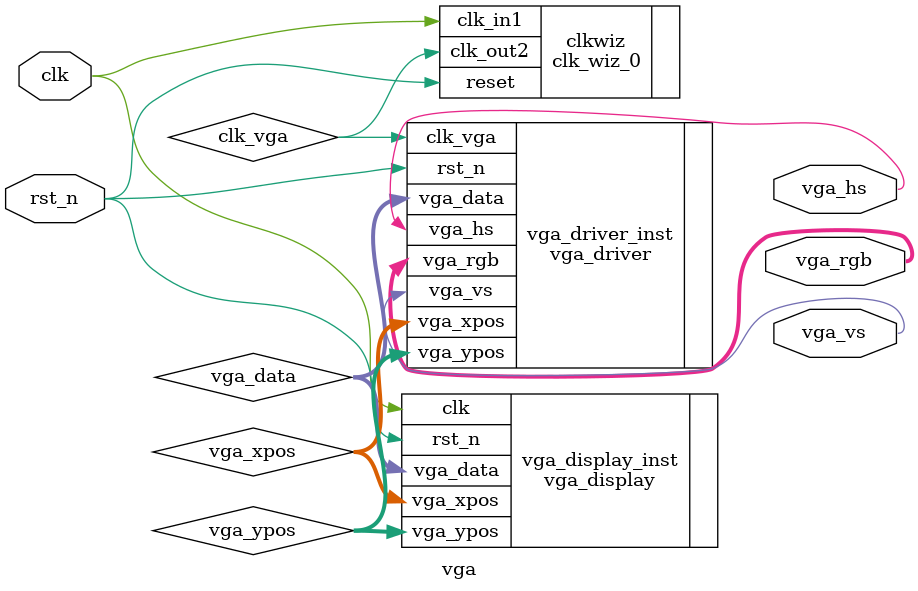
<source format=v>
`timescale 1ns / 1ps


module vga(
	//clock and reset
    input             clk,
    input             rst_n,

//vga interface
//    output            vga_adv_clk, 
//    output            vga_blank_n, 
//    output            vga_sync_n,

   (* mark_debug = "true" *)output            vga_hs,                                                                                                                                                                                                                                                                                                                                                                                                                                                                                                                                                                                                                                                                                                                                                                                                                                                                                                                                                                                                                                                                                                                                                                                                                                                                                                                                                                                                                                                                                                                                                                                                   
   (* mark_debug = "true" *)output            vga_vs,    
   (* mark_debug = "true" *)output    [11:0]    vga_rgb
    );

        parameter    DUTY_CYCLE        =    50;
        parameter    DIVIDE_DATA        =    10;
        parameter    MULTIPLY_DATA    =    13;
        
        parameter    H_DISP     =    11'd1024; 
        parameter    H_FRONT    =    11'd24;     
        parameter    H_SYNC     =    11'd136;  
        parameter    H_BACK     =    11'd160;   
        parameter    H_TOTAL    =    11'd1344; 
        
        parameter    V_DISP     =    10'd768;                     
        parameter    V_FRONT    =    10'd3; 
        parameter    V_SYNC     =    10'd6;    
        parameter    V_BACK     =    10'd29;   
        parameter    V_TOTAL    =    10'd806;

    
    wire clk_vga;
     clk_wiz_0 clkwiz
     (
     .clk_in1 (clk),
     .clk_out2(clk_vga),
     .reset(rst_n)
     );
     //vga display instantiation
     wire    [9:0]    vga_xpos;
     wire    [9:0]    vga_ypos;
     wire    [11:0]    vga_data;
     vga_display
     #(
         .H_DISP     (H_DISP),
         .V_DISP     (V_DISP) 
     )
     vga_display_inst
     (
         .clk        (clk), 
         .rst_n        (rst_n), 
     
         .vga_xpos    (vga_xpos), 
         .vga_ypos    (vga_ypos),
         .vga_data    (vga_data)
     );
     
     //----------------------------
     //vga driver instantiation
     vga_driver
     #
     (
         .H_DISP     (H_DISP),     
         .H_FRONT    (H_FRONT),    
         .H_SYNC     (H_SYNC),     
         .H_BACK     (H_BACK),     
         .H_TOTAL    (H_TOTAL),    
         .V_DISP     (V_DISP),                     
         .V_FRONT    (V_FRONT),     
         .V_SYNC     (V_SYNC),     
         .V_BACK     (V_BACK),     
         .V_TOTAL    (V_TOTAL)
     )
     vga_driver_inst
     (      
         .clk_vga    (clk_vga),    
         .rst_n        (rst_n),     
         
         .vga_data    (vga_data),
         .vga_rgb    (vga_rgb),    
         .vga_hs        (vga_hs),    
         .vga_vs        (vga_vs),    
         
         .vga_xpos    (vga_xpos),    
         .vga_ypos    (vga_ypos)    
     );
endmodule

</source>
